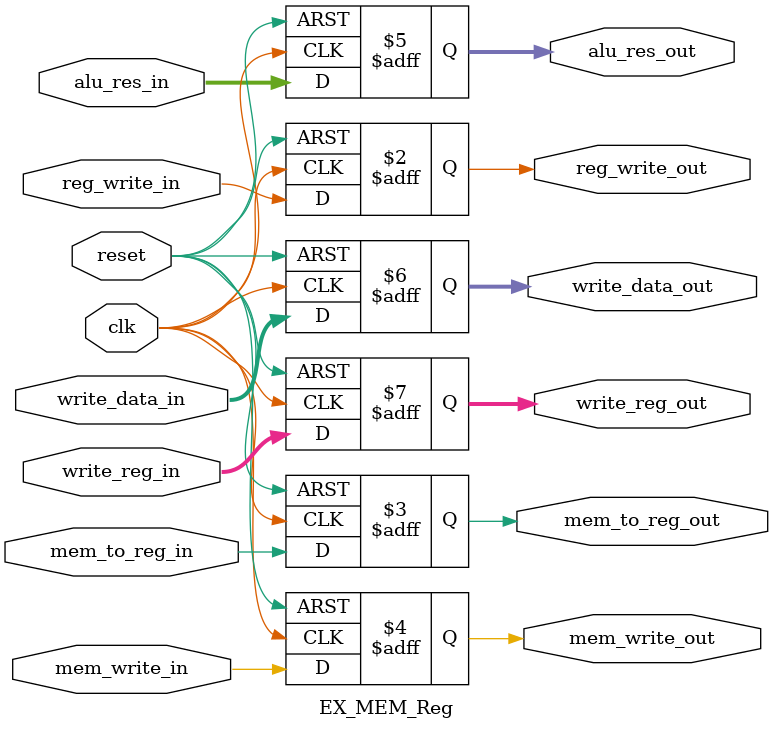
<source format=v>
`timescale 1ns / 1ps
module EX_MEM_Reg(
    input clk, reset,
    input reg_write_in, mem_to_reg_in, mem_write_in,
    input [31:0] alu_res_in, write_data_in,
    input [4:0] write_reg_in,
    output reg reg_write_out, mem_to_reg_out, mem_write_out,
    output reg [31:0] alu_res_out, write_data_out,
    output reg [4:0] write_reg_out
);
    always @(posedge clk or posedge reset) begin
        if (reset) begin
            reg_write_out <= 0; mem_to_reg_out <= 0; mem_write_out <= 0;
            alu_res_out <= 0; write_data_out <= 0; write_reg_out <= 0;
        end else begin
            reg_write_out <= reg_write_in; mem_to_reg_out <= mem_to_reg_in; mem_write_out <= mem_write_in;
            alu_res_out <= alu_res_in; write_data_out <= write_data_in; write_reg_out <= write_reg_in;
        end
    end
endmodule

</source>
